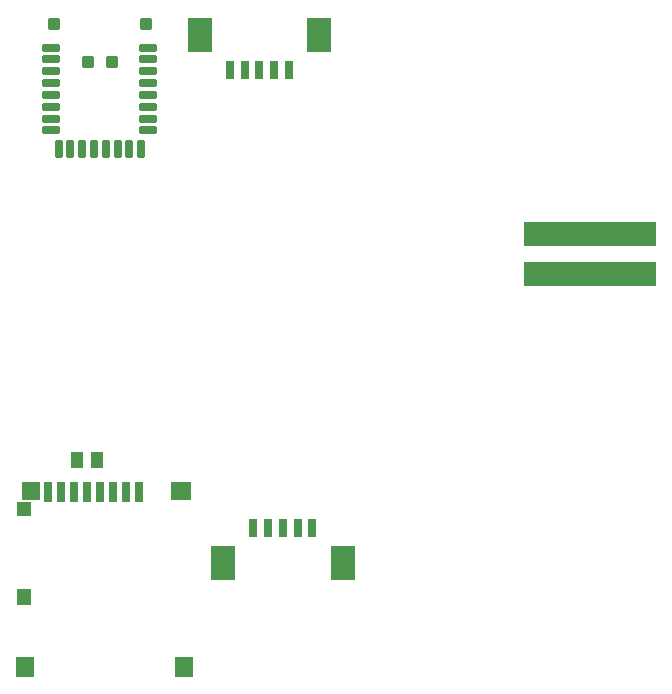
<source format=gbp>
G04 Layer_Color=128*
%FSAX24Y24*%
%MOIN*%
G70*
G01*
G75*
%ADD10R,0.0433X0.0551*%
%ADD29R,0.4409X0.0807*%
%ADD40R,0.0827X0.1181*%
%ADD42R,0.0315X0.0630*%
G04:AMPARAMS|DCode=89|XSize=59.1mil|YSize=24mil|CornerRadius=3.6mil|HoleSize=0mil|Usage=FLASHONLY|Rotation=90.000|XOffset=0mil|YOffset=0mil|HoleType=Round|Shape=RoundedRectangle|*
%AMROUNDEDRECTD89*
21,1,0.0591,0.0168,0,0,90.0*
21,1,0.0519,0.0240,0,0,90.0*
1,1,0.0072,0.0084,0.0259*
1,1,0.0072,0.0084,-0.0259*
1,1,0.0072,-0.0084,-0.0259*
1,1,0.0072,-0.0084,0.0259*
%
%ADD89ROUNDEDRECTD89*%
G04:AMPARAMS|DCode=90|XSize=59.1mil|YSize=24mil|CornerRadius=3.6mil|HoleSize=0mil|Usage=FLASHONLY|Rotation=180.000|XOffset=0mil|YOffset=0mil|HoleType=Round|Shape=RoundedRectangle|*
%AMROUNDEDRECTD90*
21,1,0.0591,0.0168,0,0,180.0*
21,1,0.0519,0.0240,0,0,180.0*
1,1,0.0072,-0.0259,0.0084*
1,1,0.0072,0.0259,0.0084*
1,1,0.0072,0.0259,-0.0084*
1,1,0.0072,-0.0259,-0.0084*
%
%ADD90ROUNDEDRECTD90*%
G04:AMPARAMS|DCode=91|XSize=39.4mil|YSize=39.4mil|CornerRadius=5.9mil|HoleSize=0mil|Usage=FLASHONLY|Rotation=180.000|XOffset=0mil|YOffset=0mil|HoleType=Round|Shape=RoundedRectangle|*
%AMROUNDEDRECTD91*
21,1,0.0394,0.0276,0,0,180.0*
21,1,0.0276,0.0394,0,0,180.0*
1,1,0.0118,-0.0138,0.0138*
1,1,0.0118,0.0138,0.0138*
1,1,0.0118,0.0138,-0.0138*
1,1,0.0118,-0.0138,-0.0138*
%
%ADD91ROUNDEDRECTD91*%
%ADD92R,0.0591X0.0669*%
%ADD93R,0.0508X0.0512*%
%ADD94R,0.0669X0.0591*%
%ADD95R,0.0508X0.0551*%
%ADD96R,0.0630X0.0591*%
%ADD97R,0.0315X0.0661*%
D10*
X278159Y185669D02*
D03*
X278848D02*
D03*
D29*
X295276Y191850D02*
D03*
X295276Y193189D02*
D03*
D40*
X283051Y182244D02*
D03*
X287028D02*
D03*
X286240Y199823D02*
D03*
X282264D02*
D03*
D42*
X284055Y183406D02*
D03*
X286024D02*
D03*
X285039D02*
D03*
X285532D02*
D03*
X284547D02*
D03*
X285236Y198661D02*
D03*
X283268D02*
D03*
X284252D02*
D03*
X283760D02*
D03*
X284744D02*
D03*
D89*
X277559Y196024D02*
D03*
X277953D02*
D03*
X278346D02*
D03*
X278740D02*
D03*
X279134D02*
D03*
X279528D02*
D03*
X279921D02*
D03*
X280315D02*
D03*
D90*
X280555Y196654D02*
D03*
Y197047D02*
D03*
Y197441D02*
D03*
Y197835D02*
D03*
Y198228D02*
D03*
Y198622D02*
D03*
Y199016D02*
D03*
Y199409D02*
D03*
X277319D02*
D03*
Y199016D02*
D03*
Y198622D02*
D03*
Y198228D02*
D03*
Y197835D02*
D03*
Y197441D02*
D03*
Y197047D02*
D03*
Y196654D02*
D03*
D91*
X280476Y200197D02*
D03*
X279331Y198917D02*
D03*
X277398Y200197D02*
D03*
X278543Y198917D02*
D03*
D92*
X276437Y178750D02*
D03*
X281752D02*
D03*
D93*
X276396Y184026D02*
D03*
D94*
X281634Y184636D02*
D03*
D95*
X276396Y181093D02*
D03*
D96*
X276654Y184636D02*
D03*
D97*
X278937Y184600D02*
D03*
X279370D02*
D03*
X279803D02*
D03*
X280236D02*
D03*
X277205D02*
D03*
X277638D02*
D03*
X278071D02*
D03*
X278504D02*
D03*
M02*

</source>
